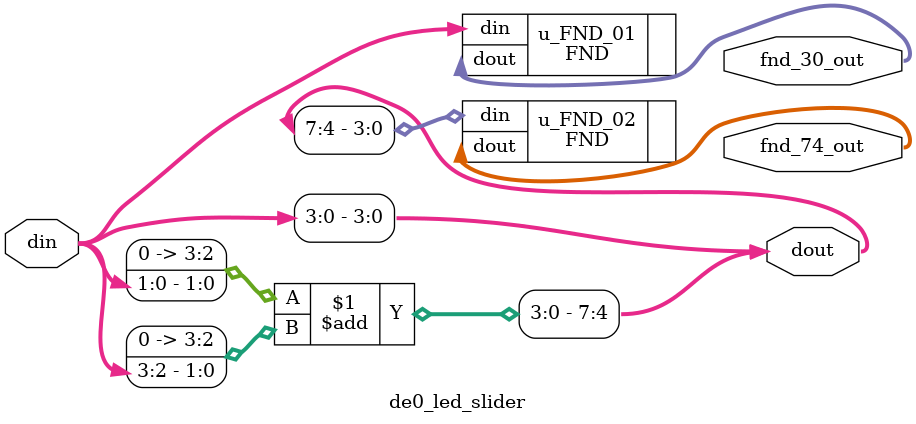
<source format=v>
module de0_led_slider(
    din,
    dout,
    fnd_30_out,
    fnd_74_out
);

input [3:0] din;
output [7:0] dout;
output [6:0] fnd_30_out;
output [6:0] fnd_74_out;

assign dout[3:0] = din;
assign dout[7:4] = {2'b0, din[1:0]} + {2'b0, din[3:2]};

FND u_FND_01(
    .din(dout[3:0]),
    .dout(fnd_30_out)
);

FND u_FND_02(
    .din(dout[7:4]),
    .dout(fnd_74_out)
);
endmodule
</source>
